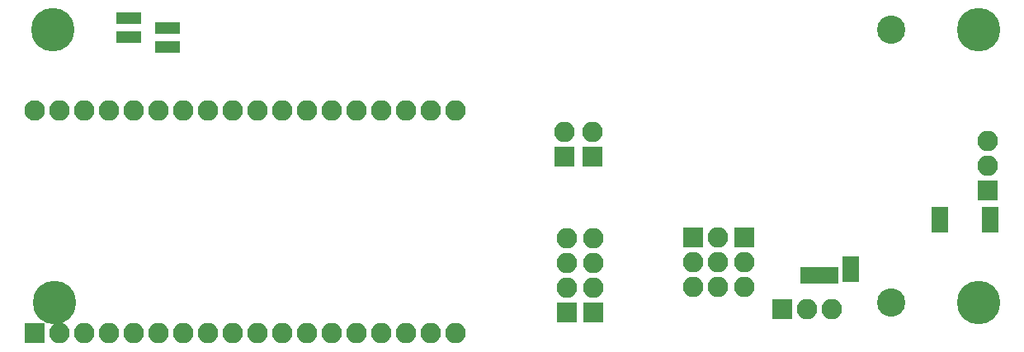
<source format=gbr>
G04 #@! TF.FileFunction,Soldermask,Top*
%FSLAX46Y46*%
G04 Gerber Fmt 4.6, Leading zero omitted, Abs format (unit mm)*
G04 Created by KiCad (PCBNEW 4.0.7) date 04/05/18 15:18:43*
%MOMM*%
%LPD*%
G01*
G04 APERTURE LIST*
%ADD10C,0.100000*%
%ADD11O,2.100000X2.100000*%
%ADD12R,2.100000X2.100000*%
%ADD13C,2.100000*%
%ADD14R,2.600000X1.200000*%
%ADD15C,4.464000*%
%ADD16C,2.900000*%
%ADD17R,1.670000X1.370000*%
%ADD18R,1.370000X1.670000*%
G04 APERTURE END LIST*
D10*
D11*
X137530000Y-108960000D03*
X134990000Y-108960000D03*
X132450000Y-108960000D03*
X129910000Y-108960000D03*
X127370000Y-108960000D03*
X124830000Y-108960000D03*
X122290000Y-108960000D03*
X119750000Y-108960000D03*
X117210000Y-108960000D03*
X114670000Y-108960000D03*
X112130000Y-108960000D03*
X109590000Y-108960000D03*
X107050000Y-108960000D03*
X104510000Y-108960000D03*
X101970000Y-108960000D03*
X99430000Y-108960000D03*
X96890000Y-108960000D03*
D12*
X94350000Y-108960000D03*
D13*
X94350000Y-86100000D03*
D11*
X96890000Y-86100000D03*
X99430000Y-86100000D03*
X101970000Y-86100000D03*
X104510000Y-86100000D03*
X107050000Y-86100000D03*
X109590000Y-86100000D03*
X112130000Y-86100000D03*
X114670000Y-86100000D03*
X117210000Y-86100000D03*
X119750000Y-86100000D03*
X122290000Y-86100000D03*
X124830000Y-86100000D03*
X127370000Y-86100000D03*
X129910000Y-86100000D03*
X132450000Y-86100000D03*
X134990000Y-86100000D03*
X137530000Y-86100000D03*
D14*
X104020000Y-76570000D03*
X104020000Y-78570000D03*
X108020000Y-77570000D03*
X108020000Y-79570000D03*
D12*
X171100000Y-106450000D03*
D11*
X173640000Y-106450000D03*
X176180000Y-106450000D03*
D12*
X192103000Y-94320000D03*
D11*
X192103000Y-91780000D03*
X192103000Y-89240000D03*
D12*
X151638000Y-106807000D03*
D11*
X151638000Y-104267000D03*
X151638000Y-101727000D03*
X151638000Y-99187000D03*
D12*
X151600000Y-90800000D03*
D11*
X151600000Y-88260000D03*
D12*
X167200000Y-99100000D03*
D11*
X167200000Y-101640000D03*
X167200000Y-104180000D03*
D12*
X161900000Y-99100000D03*
D11*
X164440000Y-99100000D03*
X161900000Y-101640000D03*
X164440000Y-101640000D03*
X161900000Y-104180000D03*
X164440000Y-104180000D03*
D12*
X148971000Y-106807000D03*
D11*
X148971000Y-104267000D03*
X148971000Y-101727000D03*
X148971000Y-99187000D03*
D12*
X148700000Y-90800000D03*
D11*
X148700000Y-88260000D03*
D15*
X96420000Y-105770000D03*
X191170000Y-105770000D03*
X191180000Y-77770000D03*
X96180000Y-77770000D03*
D16*
X182200000Y-105800000D03*
X182200000Y-77800000D03*
D17*
X192400000Y-96660000D03*
X192400000Y-97940000D03*
X187200000Y-97940000D03*
X187200000Y-96660000D03*
D18*
X176170000Y-103000000D03*
X174900000Y-103000000D03*
X173630000Y-103000000D03*
D17*
X178100000Y-103040000D03*
X178100000Y-101760000D03*
M02*

</source>
